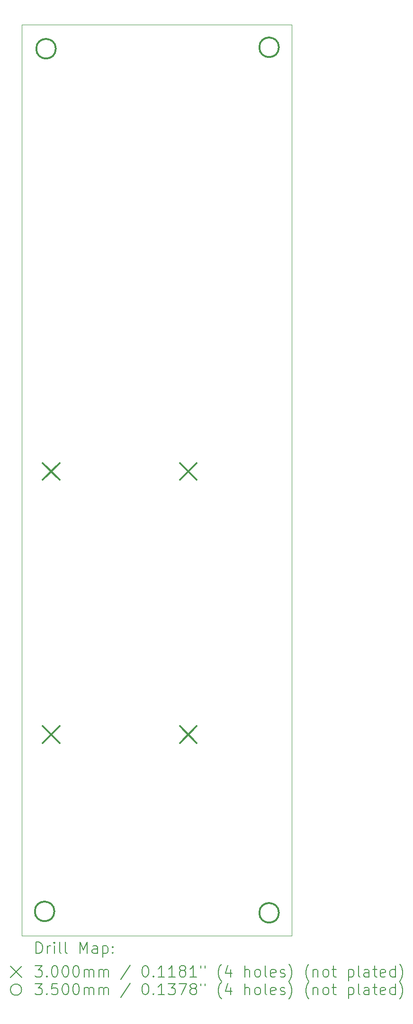
<source format=gbr>
%TF.GenerationSoftware,KiCad,Pcbnew,7.0.9*%
%TF.CreationDate,2024-09-21T10:37:09-07:00*%
%TF.ProjectId,DIY Meshtastic 1W Node,44495920-4d65-4736-9874-617374696320,1.0*%
%TF.SameCoordinates,Original*%
%TF.FileFunction,Drillmap*%
%TF.FilePolarity,Positive*%
%FSLAX45Y45*%
G04 Gerber Fmt 4.5, Leading zero omitted, Abs format (unit mm)*
G04 Created by KiCad (PCBNEW 7.0.9) date 2024-09-21 10:37:09*
%MOMM*%
%LPD*%
G01*
G04 APERTURE LIST*
%ADD10C,0.100000*%
%ADD11C,0.200000*%
%ADD12C,0.300000*%
%ADD13C,0.350000*%
G04 APERTURE END LIST*
D10*
X9906000Y-3048000D02*
X14732000Y-3048000D01*
X14732000Y-19304000D01*
X9906000Y-19304000D01*
X9906000Y-3048000D01*
D11*
D12*
X10280600Y-10873600D02*
X10580600Y-11173600D01*
X10580600Y-10873600D02*
X10280600Y-11173600D01*
X10280600Y-15568600D02*
X10580600Y-15868600D01*
X10580600Y-15568600D02*
X10280600Y-15868600D01*
X12731600Y-10873600D02*
X13031600Y-11173600D01*
X13031600Y-10873600D02*
X12731600Y-11173600D01*
X12731600Y-15568600D02*
X13031600Y-15868600D01*
X13031600Y-15568600D02*
X12731600Y-15868600D01*
D13*
X10487400Y-18872200D02*
G75*
G03*
X10487400Y-18872200I-175000J0D01*
G01*
X10512800Y-3479800D02*
G75*
G03*
X10512800Y-3479800I-175000J0D01*
G01*
X14500600Y-3454400D02*
G75*
G03*
X14500600Y-3454400I-175000J0D01*
G01*
X14500600Y-18897600D02*
G75*
G03*
X14500600Y-18897600I-175000J0D01*
G01*
D11*
X10161777Y-19620484D02*
X10161777Y-19420484D01*
X10161777Y-19420484D02*
X10209396Y-19420484D01*
X10209396Y-19420484D02*
X10237967Y-19430008D01*
X10237967Y-19430008D02*
X10257015Y-19449055D01*
X10257015Y-19449055D02*
X10266539Y-19468103D01*
X10266539Y-19468103D02*
X10276063Y-19506198D01*
X10276063Y-19506198D02*
X10276063Y-19534770D01*
X10276063Y-19534770D02*
X10266539Y-19572865D01*
X10266539Y-19572865D02*
X10257015Y-19591912D01*
X10257015Y-19591912D02*
X10237967Y-19610960D01*
X10237967Y-19610960D02*
X10209396Y-19620484D01*
X10209396Y-19620484D02*
X10161777Y-19620484D01*
X10361777Y-19620484D02*
X10361777Y-19487150D01*
X10361777Y-19525246D02*
X10371301Y-19506198D01*
X10371301Y-19506198D02*
X10380824Y-19496674D01*
X10380824Y-19496674D02*
X10399872Y-19487150D01*
X10399872Y-19487150D02*
X10418920Y-19487150D01*
X10485586Y-19620484D02*
X10485586Y-19487150D01*
X10485586Y-19420484D02*
X10476063Y-19430008D01*
X10476063Y-19430008D02*
X10485586Y-19439531D01*
X10485586Y-19439531D02*
X10495110Y-19430008D01*
X10495110Y-19430008D02*
X10485586Y-19420484D01*
X10485586Y-19420484D02*
X10485586Y-19439531D01*
X10609396Y-19620484D02*
X10590348Y-19610960D01*
X10590348Y-19610960D02*
X10580824Y-19591912D01*
X10580824Y-19591912D02*
X10580824Y-19420484D01*
X10714158Y-19620484D02*
X10695110Y-19610960D01*
X10695110Y-19610960D02*
X10685586Y-19591912D01*
X10685586Y-19591912D02*
X10685586Y-19420484D01*
X10942729Y-19620484D02*
X10942729Y-19420484D01*
X10942729Y-19420484D02*
X11009396Y-19563341D01*
X11009396Y-19563341D02*
X11076063Y-19420484D01*
X11076063Y-19420484D02*
X11076063Y-19620484D01*
X11257015Y-19620484D02*
X11257015Y-19515722D01*
X11257015Y-19515722D02*
X11247491Y-19496674D01*
X11247491Y-19496674D02*
X11228443Y-19487150D01*
X11228443Y-19487150D02*
X11190348Y-19487150D01*
X11190348Y-19487150D02*
X11171301Y-19496674D01*
X11257015Y-19610960D02*
X11237967Y-19620484D01*
X11237967Y-19620484D02*
X11190348Y-19620484D01*
X11190348Y-19620484D02*
X11171301Y-19610960D01*
X11171301Y-19610960D02*
X11161777Y-19591912D01*
X11161777Y-19591912D02*
X11161777Y-19572865D01*
X11161777Y-19572865D02*
X11171301Y-19553817D01*
X11171301Y-19553817D02*
X11190348Y-19544293D01*
X11190348Y-19544293D02*
X11237967Y-19544293D01*
X11237967Y-19544293D02*
X11257015Y-19534770D01*
X11352253Y-19487150D02*
X11352253Y-19687150D01*
X11352253Y-19496674D02*
X11371301Y-19487150D01*
X11371301Y-19487150D02*
X11409396Y-19487150D01*
X11409396Y-19487150D02*
X11428443Y-19496674D01*
X11428443Y-19496674D02*
X11437967Y-19506198D01*
X11437967Y-19506198D02*
X11447491Y-19525246D01*
X11447491Y-19525246D02*
X11447491Y-19582389D01*
X11447491Y-19582389D02*
X11437967Y-19601436D01*
X11437967Y-19601436D02*
X11428443Y-19610960D01*
X11428443Y-19610960D02*
X11409396Y-19620484D01*
X11409396Y-19620484D02*
X11371301Y-19620484D01*
X11371301Y-19620484D02*
X11352253Y-19610960D01*
X11533205Y-19601436D02*
X11542729Y-19610960D01*
X11542729Y-19610960D02*
X11533205Y-19620484D01*
X11533205Y-19620484D02*
X11523682Y-19610960D01*
X11523682Y-19610960D02*
X11533205Y-19601436D01*
X11533205Y-19601436D02*
X11533205Y-19620484D01*
X11533205Y-19496674D02*
X11542729Y-19506198D01*
X11542729Y-19506198D02*
X11533205Y-19515722D01*
X11533205Y-19515722D02*
X11523682Y-19506198D01*
X11523682Y-19506198D02*
X11533205Y-19496674D01*
X11533205Y-19496674D02*
X11533205Y-19515722D01*
X9701000Y-19849000D02*
X9901000Y-20049000D01*
X9901000Y-19849000D02*
X9701000Y-20049000D01*
X10142729Y-19840484D02*
X10266539Y-19840484D01*
X10266539Y-19840484D02*
X10199872Y-19916674D01*
X10199872Y-19916674D02*
X10228444Y-19916674D01*
X10228444Y-19916674D02*
X10247491Y-19926198D01*
X10247491Y-19926198D02*
X10257015Y-19935722D01*
X10257015Y-19935722D02*
X10266539Y-19954770D01*
X10266539Y-19954770D02*
X10266539Y-20002389D01*
X10266539Y-20002389D02*
X10257015Y-20021436D01*
X10257015Y-20021436D02*
X10247491Y-20030960D01*
X10247491Y-20030960D02*
X10228444Y-20040484D01*
X10228444Y-20040484D02*
X10171301Y-20040484D01*
X10171301Y-20040484D02*
X10152253Y-20030960D01*
X10152253Y-20030960D02*
X10142729Y-20021436D01*
X10352253Y-20021436D02*
X10361777Y-20030960D01*
X10361777Y-20030960D02*
X10352253Y-20040484D01*
X10352253Y-20040484D02*
X10342729Y-20030960D01*
X10342729Y-20030960D02*
X10352253Y-20021436D01*
X10352253Y-20021436D02*
X10352253Y-20040484D01*
X10485586Y-19840484D02*
X10504634Y-19840484D01*
X10504634Y-19840484D02*
X10523682Y-19850008D01*
X10523682Y-19850008D02*
X10533205Y-19859531D01*
X10533205Y-19859531D02*
X10542729Y-19878579D01*
X10542729Y-19878579D02*
X10552253Y-19916674D01*
X10552253Y-19916674D02*
X10552253Y-19964293D01*
X10552253Y-19964293D02*
X10542729Y-20002389D01*
X10542729Y-20002389D02*
X10533205Y-20021436D01*
X10533205Y-20021436D02*
X10523682Y-20030960D01*
X10523682Y-20030960D02*
X10504634Y-20040484D01*
X10504634Y-20040484D02*
X10485586Y-20040484D01*
X10485586Y-20040484D02*
X10466539Y-20030960D01*
X10466539Y-20030960D02*
X10457015Y-20021436D01*
X10457015Y-20021436D02*
X10447491Y-20002389D01*
X10447491Y-20002389D02*
X10437967Y-19964293D01*
X10437967Y-19964293D02*
X10437967Y-19916674D01*
X10437967Y-19916674D02*
X10447491Y-19878579D01*
X10447491Y-19878579D02*
X10457015Y-19859531D01*
X10457015Y-19859531D02*
X10466539Y-19850008D01*
X10466539Y-19850008D02*
X10485586Y-19840484D01*
X10676063Y-19840484D02*
X10695110Y-19840484D01*
X10695110Y-19840484D02*
X10714158Y-19850008D01*
X10714158Y-19850008D02*
X10723682Y-19859531D01*
X10723682Y-19859531D02*
X10733205Y-19878579D01*
X10733205Y-19878579D02*
X10742729Y-19916674D01*
X10742729Y-19916674D02*
X10742729Y-19964293D01*
X10742729Y-19964293D02*
X10733205Y-20002389D01*
X10733205Y-20002389D02*
X10723682Y-20021436D01*
X10723682Y-20021436D02*
X10714158Y-20030960D01*
X10714158Y-20030960D02*
X10695110Y-20040484D01*
X10695110Y-20040484D02*
X10676063Y-20040484D01*
X10676063Y-20040484D02*
X10657015Y-20030960D01*
X10657015Y-20030960D02*
X10647491Y-20021436D01*
X10647491Y-20021436D02*
X10637967Y-20002389D01*
X10637967Y-20002389D02*
X10628444Y-19964293D01*
X10628444Y-19964293D02*
X10628444Y-19916674D01*
X10628444Y-19916674D02*
X10637967Y-19878579D01*
X10637967Y-19878579D02*
X10647491Y-19859531D01*
X10647491Y-19859531D02*
X10657015Y-19850008D01*
X10657015Y-19850008D02*
X10676063Y-19840484D01*
X10866539Y-19840484D02*
X10885586Y-19840484D01*
X10885586Y-19840484D02*
X10904634Y-19850008D01*
X10904634Y-19850008D02*
X10914158Y-19859531D01*
X10914158Y-19859531D02*
X10923682Y-19878579D01*
X10923682Y-19878579D02*
X10933205Y-19916674D01*
X10933205Y-19916674D02*
X10933205Y-19964293D01*
X10933205Y-19964293D02*
X10923682Y-20002389D01*
X10923682Y-20002389D02*
X10914158Y-20021436D01*
X10914158Y-20021436D02*
X10904634Y-20030960D01*
X10904634Y-20030960D02*
X10885586Y-20040484D01*
X10885586Y-20040484D02*
X10866539Y-20040484D01*
X10866539Y-20040484D02*
X10847491Y-20030960D01*
X10847491Y-20030960D02*
X10837967Y-20021436D01*
X10837967Y-20021436D02*
X10828444Y-20002389D01*
X10828444Y-20002389D02*
X10818920Y-19964293D01*
X10818920Y-19964293D02*
X10818920Y-19916674D01*
X10818920Y-19916674D02*
X10828444Y-19878579D01*
X10828444Y-19878579D02*
X10837967Y-19859531D01*
X10837967Y-19859531D02*
X10847491Y-19850008D01*
X10847491Y-19850008D02*
X10866539Y-19840484D01*
X11018920Y-20040484D02*
X11018920Y-19907150D01*
X11018920Y-19926198D02*
X11028444Y-19916674D01*
X11028444Y-19916674D02*
X11047491Y-19907150D01*
X11047491Y-19907150D02*
X11076063Y-19907150D01*
X11076063Y-19907150D02*
X11095110Y-19916674D01*
X11095110Y-19916674D02*
X11104634Y-19935722D01*
X11104634Y-19935722D02*
X11104634Y-20040484D01*
X11104634Y-19935722D02*
X11114158Y-19916674D01*
X11114158Y-19916674D02*
X11133205Y-19907150D01*
X11133205Y-19907150D02*
X11161777Y-19907150D01*
X11161777Y-19907150D02*
X11180825Y-19916674D01*
X11180825Y-19916674D02*
X11190348Y-19935722D01*
X11190348Y-19935722D02*
X11190348Y-20040484D01*
X11285586Y-20040484D02*
X11285586Y-19907150D01*
X11285586Y-19926198D02*
X11295110Y-19916674D01*
X11295110Y-19916674D02*
X11314158Y-19907150D01*
X11314158Y-19907150D02*
X11342729Y-19907150D01*
X11342729Y-19907150D02*
X11361777Y-19916674D01*
X11361777Y-19916674D02*
X11371301Y-19935722D01*
X11371301Y-19935722D02*
X11371301Y-20040484D01*
X11371301Y-19935722D02*
X11380824Y-19916674D01*
X11380824Y-19916674D02*
X11399872Y-19907150D01*
X11399872Y-19907150D02*
X11428443Y-19907150D01*
X11428443Y-19907150D02*
X11447491Y-19916674D01*
X11447491Y-19916674D02*
X11457015Y-19935722D01*
X11457015Y-19935722D02*
X11457015Y-20040484D01*
X11847491Y-19830960D02*
X11676063Y-20088103D01*
X12104634Y-19840484D02*
X12123682Y-19840484D01*
X12123682Y-19840484D02*
X12142729Y-19850008D01*
X12142729Y-19850008D02*
X12152253Y-19859531D01*
X12152253Y-19859531D02*
X12161777Y-19878579D01*
X12161777Y-19878579D02*
X12171301Y-19916674D01*
X12171301Y-19916674D02*
X12171301Y-19964293D01*
X12171301Y-19964293D02*
X12161777Y-20002389D01*
X12161777Y-20002389D02*
X12152253Y-20021436D01*
X12152253Y-20021436D02*
X12142729Y-20030960D01*
X12142729Y-20030960D02*
X12123682Y-20040484D01*
X12123682Y-20040484D02*
X12104634Y-20040484D01*
X12104634Y-20040484D02*
X12085586Y-20030960D01*
X12085586Y-20030960D02*
X12076063Y-20021436D01*
X12076063Y-20021436D02*
X12066539Y-20002389D01*
X12066539Y-20002389D02*
X12057015Y-19964293D01*
X12057015Y-19964293D02*
X12057015Y-19916674D01*
X12057015Y-19916674D02*
X12066539Y-19878579D01*
X12066539Y-19878579D02*
X12076063Y-19859531D01*
X12076063Y-19859531D02*
X12085586Y-19850008D01*
X12085586Y-19850008D02*
X12104634Y-19840484D01*
X12257015Y-20021436D02*
X12266539Y-20030960D01*
X12266539Y-20030960D02*
X12257015Y-20040484D01*
X12257015Y-20040484D02*
X12247491Y-20030960D01*
X12247491Y-20030960D02*
X12257015Y-20021436D01*
X12257015Y-20021436D02*
X12257015Y-20040484D01*
X12457015Y-20040484D02*
X12342729Y-20040484D01*
X12399872Y-20040484D02*
X12399872Y-19840484D01*
X12399872Y-19840484D02*
X12380825Y-19869055D01*
X12380825Y-19869055D02*
X12361777Y-19888103D01*
X12361777Y-19888103D02*
X12342729Y-19897627D01*
X12647491Y-20040484D02*
X12533206Y-20040484D01*
X12590348Y-20040484D02*
X12590348Y-19840484D01*
X12590348Y-19840484D02*
X12571301Y-19869055D01*
X12571301Y-19869055D02*
X12552253Y-19888103D01*
X12552253Y-19888103D02*
X12533206Y-19897627D01*
X12761777Y-19926198D02*
X12742729Y-19916674D01*
X12742729Y-19916674D02*
X12733206Y-19907150D01*
X12733206Y-19907150D02*
X12723682Y-19888103D01*
X12723682Y-19888103D02*
X12723682Y-19878579D01*
X12723682Y-19878579D02*
X12733206Y-19859531D01*
X12733206Y-19859531D02*
X12742729Y-19850008D01*
X12742729Y-19850008D02*
X12761777Y-19840484D01*
X12761777Y-19840484D02*
X12799872Y-19840484D01*
X12799872Y-19840484D02*
X12818920Y-19850008D01*
X12818920Y-19850008D02*
X12828444Y-19859531D01*
X12828444Y-19859531D02*
X12837967Y-19878579D01*
X12837967Y-19878579D02*
X12837967Y-19888103D01*
X12837967Y-19888103D02*
X12828444Y-19907150D01*
X12828444Y-19907150D02*
X12818920Y-19916674D01*
X12818920Y-19916674D02*
X12799872Y-19926198D01*
X12799872Y-19926198D02*
X12761777Y-19926198D01*
X12761777Y-19926198D02*
X12742729Y-19935722D01*
X12742729Y-19935722D02*
X12733206Y-19945246D01*
X12733206Y-19945246D02*
X12723682Y-19964293D01*
X12723682Y-19964293D02*
X12723682Y-20002389D01*
X12723682Y-20002389D02*
X12733206Y-20021436D01*
X12733206Y-20021436D02*
X12742729Y-20030960D01*
X12742729Y-20030960D02*
X12761777Y-20040484D01*
X12761777Y-20040484D02*
X12799872Y-20040484D01*
X12799872Y-20040484D02*
X12818920Y-20030960D01*
X12818920Y-20030960D02*
X12828444Y-20021436D01*
X12828444Y-20021436D02*
X12837967Y-20002389D01*
X12837967Y-20002389D02*
X12837967Y-19964293D01*
X12837967Y-19964293D02*
X12828444Y-19945246D01*
X12828444Y-19945246D02*
X12818920Y-19935722D01*
X12818920Y-19935722D02*
X12799872Y-19926198D01*
X13028444Y-20040484D02*
X12914158Y-20040484D01*
X12971301Y-20040484D02*
X12971301Y-19840484D01*
X12971301Y-19840484D02*
X12952253Y-19869055D01*
X12952253Y-19869055D02*
X12933206Y-19888103D01*
X12933206Y-19888103D02*
X12914158Y-19897627D01*
X13104634Y-19840484D02*
X13104634Y-19878579D01*
X13180825Y-19840484D02*
X13180825Y-19878579D01*
X13476063Y-20116674D02*
X13466539Y-20107150D01*
X13466539Y-20107150D02*
X13447491Y-20078579D01*
X13447491Y-20078579D02*
X13437968Y-20059531D01*
X13437968Y-20059531D02*
X13428444Y-20030960D01*
X13428444Y-20030960D02*
X13418920Y-19983341D01*
X13418920Y-19983341D02*
X13418920Y-19945246D01*
X13418920Y-19945246D02*
X13428444Y-19897627D01*
X13428444Y-19897627D02*
X13437968Y-19869055D01*
X13437968Y-19869055D02*
X13447491Y-19850008D01*
X13447491Y-19850008D02*
X13466539Y-19821436D01*
X13466539Y-19821436D02*
X13476063Y-19811912D01*
X13637968Y-19907150D02*
X13637968Y-20040484D01*
X13590348Y-19830960D02*
X13542729Y-19973817D01*
X13542729Y-19973817D02*
X13666539Y-19973817D01*
X13895110Y-20040484D02*
X13895110Y-19840484D01*
X13980825Y-20040484D02*
X13980825Y-19935722D01*
X13980825Y-19935722D02*
X13971301Y-19916674D01*
X13971301Y-19916674D02*
X13952253Y-19907150D01*
X13952253Y-19907150D02*
X13923682Y-19907150D01*
X13923682Y-19907150D02*
X13904634Y-19916674D01*
X13904634Y-19916674D02*
X13895110Y-19926198D01*
X14104634Y-20040484D02*
X14085587Y-20030960D01*
X14085587Y-20030960D02*
X14076063Y-20021436D01*
X14076063Y-20021436D02*
X14066539Y-20002389D01*
X14066539Y-20002389D02*
X14066539Y-19945246D01*
X14066539Y-19945246D02*
X14076063Y-19926198D01*
X14076063Y-19926198D02*
X14085587Y-19916674D01*
X14085587Y-19916674D02*
X14104634Y-19907150D01*
X14104634Y-19907150D02*
X14133206Y-19907150D01*
X14133206Y-19907150D02*
X14152253Y-19916674D01*
X14152253Y-19916674D02*
X14161777Y-19926198D01*
X14161777Y-19926198D02*
X14171301Y-19945246D01*
X14171301Y-19945246D02*
X14171301Y-20002389D01*
X14171301Y-20002389D02*
X14161777Y-20021436D01*
X14161777Y-20021436D02*
X14152253Y-20030960D01*
X14152253Y-20030960D02*
X14133206Y-20040484D01*
X14133206Y-20040484D02*
X14104634Y-20040484D01*
X14285587Y-20040484D02*
X14266539Y-20030960D01*
X14266539Y-20030960D02*
X14257015Y-20011912D01*
X14257015Y-20011912D02*
X14257015Y-19840484D01*
X14437968Y-20030960D02*
X14418920Y-20040484D01*
X14418920Y-20040484D02*
X14380825Y-20040484D01*
X14380825Y-20040484D02*
X14361777Y-20030960D01*
X14361777Y-20030960D02*
X14352253Y-20011912D01*
X14352253Y-20011912D02*
X14352253Y-19935722D01*
X14352253Y-19935722D02*
X14361777Y-19916674D01*
X14361777Y-19916674D02*
X14380825Y-19907150D01*
X14380825Y-19907150D02*
X14418920Y-19907150D01*
X14418920Y-19907150D02*
X14437968Y-19916674D01*
X14437968Y-19916674D02*
X14447491Y-19935722D01*
X14447491Y-19935722D02*
X14447491Y-19954770D01*
X14447491Y-19954770D02*
X14352253Y-19973817D01*
X14523682Y-20030960D02*
X14542730Y-20040484D01*
X14542730Y-20040484D02*
X14580825Y-20040484D01*
X14580825Y-20040484D02*
X14599872Y-20030960D01*
X14599872Y-20030960D02*
X14609396Y-20011912D01*
X14609396Y-20011912D02*
X14609396Y-20002389D01*
X14609396Y-20002389D02*
X14599872Y-19983341D01*
X14599872Y-19983341D02*
X14580825Y-19973817D01*
X14580825Y-19973817D02*
X14552253Y-19973817D01*
X14552253Y-19973817D02*
X14533206Y-19964293D01*
X14533206Y-19964293D02*
X14523682Y-19945246D01*
X14523682Y-19945246D02*
X14523682Y-19935722D01*
X14523682Y-19935722D02*
X14533206Y-19916674D01*
X14533206Y-19916674D02*
X14552253Y-19907150D01*
X14552253Y-19907150D02*
X14580825Y-19907150D01*
X14580825Y-19907150D02*
X14599872Y-19916674D01*
X14676063Y-20116674D02*
X14685587Y-20107150D01*
X14685587Y-20107150D02*
X14704634Y-20078579D01*
X14704634Y-20078579D02*
X14714158Y-20059531D01*
X14714158Y-20059531D02*
X14723682Y-20030960D01*
X14723682Y-20030960D02*
X14733206Y-19983341D01*
X14733206Y-19983341D02*
X14733206Y-19945246D01*
X14733206Y-19945246D02*
X14723682Y-19897627D01*
X14723682Y-19897627D02*
X14714158Y-19869055D01*
X14714158Y-19869055D02*
X14704634Y-19850008D01*
X14704634Y-19850008D02*
X14685587Y-19821436D01*
X14685587Y-19821436D02*
X14676063Y-19811912D01*
X15037968Y-20116674D02*
X15028444Y-20107150D01*
X15028444Y-20107150D02*
X15009396Y-20078579D01*
X15009396Y-20078579D02*
X14999872Y-20059531D01*
X14999872Y-20059531D02*
X14990349Y-20030960D01*
X14990349Y-20030960D02*
X14980825Y-19983341D01*
X14980825Y-19983341D02*
X14980825Y-19945246D01*
X14980825Y-19945246D02*
X14990349Y-19897627D01*
X14990349Y-19897627D02*
X14999872Y-19869055D01*
X14999872Y-19869055D02*
X15009396Y-19850008D01*
X15009396Y-19850008D02*
X15028444Y-19821436D01*
X15028444Y-19821436D02*
X15037968Y-19811912D01*
X15114158Y-19907150D02*
X15114158Y-20040484D01*
X15114158Y-19926198D02*
X15123682Y-19916674D01*
X15123682Y-19916674D02*
X15142730Y-19907150D01*
X15142730Y-19907150D02*
X15171301Y-19907150D01*
X15171301Y-19907150D02*
X15190349Y-19916674D01*
X15190349Y-19916674D02*
X15199872Y-19935722D01*
X15199872Y-19935722D02*
X15199872Y-20040484D01*
X15323682Y-20040484D02*
X15304634Y-20030960D01*
X15304634Y-20030960D02*
X15295111Y-20021436D01*
X15295111Y-20021436D02*
X15285587Y-20002389D01*
X15285587Y-20002389D02*
X15285587Y-19945246D01*
X15285587Y-19945246D02*
X15295111Y-19926198D01*
X15295111Y-19926198D02*
X15304634Y-19916674D01*
X15304634Y-19916674D02*
X15323682Y-19907150D01*
X15323682Y-19907150D02*
X15352253Y-19907150D01*
X15352253Y-19907150D02*
X15371301Y-19916674D01*
X15371301Y-19916674D02*
X15380825Y-19926198D01*
X15380825Y-19926198D02*
X15390349Y-19945246D01*
X15390349Y-19945246D02*
X15390349Y-20002389D01*
X15390349Y-20002389D02*
X15380825Y-20021436D01*
X15380825Y-20021436D02*
X15371301Y-20030960D01*
X15371301Y-20030960D02*
X15352253Y-20040484D01*
X15352253Y-20040484D02*
X15323682Y-20040484D01*
X15447492Y-19907150D02*
X15523682Y-19907150D01*
X15476063Y-19840484D02*
X15476063Y-20011912D01*
X15476063Y-20011912D02*
X15485587Y-20030960D01*
X15485587Y-20030960D02*
X15504634Y-20040484D01*
X15504634Y-20040484D02*
X15523682Y-20040484D01*
X15742730Y-19907150D02*
X15742730Y-20107150D01*
X15742730Y-19916674D02*
X15761777Y-19907150D01*
X15761777Y-19907150D02*
X15799873Y-19907150D01*
X15799873Y-19907150D02*
X15818920Y-19916674D01*
X15818920Y-19916674D02*
X15828444Y-19926198D01*
X15828444Y-19926198D02*
X15837968Y-19945246D01*
X15837968Y-19945246D02*
X15837968Y-20002389D01*
X15837968Y-20002389D02*
X15828444Y-20021436D01*
X15828444Y-20021436D02*
X15818920Y-20030960D01*
X15818920Y-20030960D02*
X15799873Y-20040484D01*
X15799873Y-20040484D02*
X15761777Y-20040484D01*
X15761777Y-20040484D02*
X15742730Y-20030960D01*
X15952253Y-20040484D02*
X15933206Y-20030960D01*
X15933206Y-20030960D02*
X15923682Y-20011912D01*
X15923682Y-20011912D02*
X15923682Y-19840484D01*
X16114158Y-20040484D02*
X16114158Y-19935722D01*
X16114158Y-19935722D02*
X16104634Y-19916674D01*
X16104634Y-19916674D02*
X16085587Y-19907150D01*
X16085587Y-19907150D02*
X16047492Y-19907150D01*
X16047492Y-19907150D02*
X16028444Y-19916674D01*
X16114158Y-20030960D02*
X16095111Y-20040484D01*
X16095111Y-20040484D02*
X16047492Y-20040484D01*
X16047492Y-20040484D02*
X16028444Y-20030960D01*
X16028444Y-20030960D02*
X16018920Y-20011912D01*
X16018920Y-20011912D02*
X16018920Y-19992865D01*
X16018920Y-19992865D02*
X16028444Y-19973817D01*
X16028444Y-19973817D02*
X16047492Y-19964293D01*
X16047492Y-19964293D02*
X16095111Y-19964293D01*
X16095111Y-19964293D02*
X16114158Y-19954770D01*
X16180825Y-19907150D02*
X16257015Y-19907150D01*
X16209396Y-19840484D02*
X16209396Y-20011912D01*
X16209396Y-20011912D02*
X16218920Y-20030960D01*
X16218920Y-20030960D02*
X16237968Y-20040484D01*
X16237968Y-20040484D02*
X16257015Y-20040484D01*
X16399873Y-20030960D02*
X16380825Y-20040484D01*
X16380825Y-20040484D02*
X16342730Y-20040484D01*
X16342730Y-20040484D02*
X16323682Y-20030960D01*
X16323682Y-20030960D02*
X16314158Y-20011912D01*
X16314158Y-20011912D02*
X16314158Y-19935722D01*
X16314158Y-19935722D02*
X16323682Y-19916674D01*
X16323682Y-19916674D02*
X16342730Y-19907150D01*
X16342730Y-19907150D02*
X16380825Y-19907150D01*
X16380825Y-19907150D02*
X16399873Y-19916674D01*
X16399873Y-19916674D02*
X16409396Y-19935722D01*
X16409396Y-19935722D02*
X16409396Y-19954770D01*
X16409396Y-19954770D02*
X16314158Y-19973817D01*
X16580825Y-20040484D02*
X16580825Y-19840484D01*
X16580825Y-20030960D02*
X16561777Y-20040484D01*
X16561777Y-20040484D02*
X16523682Y-20040484D01*
X16523682Y-20040484D02*
X16504634Y-20030960D01*
X16504634Y-20030960D02*
X16495111Y-20021436D01*
X16495111Y-20021436D02*
X16485587Y-20002389D01*
X16485587Y-20002389D02*
X16485587Y-19945246D01*
X16485587Y-19945246D02*
X16495111Y-19926198D01*
X16495111Y-19926198D02*
X16504634Y-19916674D01*
X16504634Y-19916674D02*
X16523682Y-19907150D01*
X16523682Y-19907150D02*
X16561777Y-19907150D01*
X16561777Y-19907150D02*
X16580825Y-19916674D01*
X16657015Y-20116674D02*
X16666539Y-20107150D01*
X16666539Y-20107150D02*
X16685587Y-20078579D01*
X16685587Y-20078579D02*
X16695111Y-20059531D01*
X16695111Y-20059531D02*
X16704634Y-20030960D01*
X16704634Y-20030960D02*
X16714158Y-19983341D01*
X16714158Y-19983341D02*
X16714158Y-19945246D01*
X16714158Y-19945246D02*
X16704634Y-19897627D01*
X16704634Y-19897627D02*
X16695111Y-19869055D01*
X16695111Y-19869055D02*
X16685587Y-19850008D01*
X16685587Y-19850008D02*
X16666539Y-19821436D01*
X16666539Y-19821436D02*
X16657015Y-19811912D01*
X9901000Y-20269000D02*
G75*
G03*
X9901000Y-20269000I-100000J0D01*
G01*
X10142729Y-20160484D02*
X10266539Y-20160484D01*
X10266539Y-20160484D02*
X10199872Y-20236674D01*
X10199872Y-20236674D02*
X10228444Y-20236674D01*
X10228444Y-20236674D02*
X10247491Y-20246198D01*
X10247491Y-20246198D02*
X10257015Y-20255722D01*
X10257015Y-20255722D02*
X10266539Y-20274770D01*
X10266539Y-20274770D02*
X10266539Y-20322389D01*
X10266539Y-20322389D02*
X10257015Y-20341436D01*
X10257015Y-20341436D02*
X10247491Y-20350960D01*
X10247491Y-20350960D02*
X10228444Y-20360484D01*
X10228444Y-20360484D02*
X10171301Y-20360484D01*
X10171301Y-20360484D02*
X10152253Y-20350960D01*
X10152253Y-20350960D02*
X10142729Y-20341436D01*
X10352253Y-20341436D02*
X10361777Y-20350960D01*
X10361777Y-20350960D02*
X10352253Y-20360484D01*
X10352253Y-20360484D02*
X10342729Y-20350960D01*
X10342729Y-20350960D02*
X10352253Y-20341436D01*
X10352253Y-20341436D02*
X10352253Y-20360484D01*
X10542729Y-20160484D02*
X10447491Y-20160484D01*
X10447491Y-20160484D02*
X10437967Y-20255722D01*
X10437967Y-20255722D02*
X10447491Y-20246198D01*
X10447491Y-20246198D02*
X10466539Y-20236674D01*
X10466539Y-20236674D02*
X10514158Y-20236674D01*
X10514158Y-20236674D02*
X10533205Y-20246198D01*
X10533205Y-20246198D02*
X10542729Y-20255722D01*
X10542729Y-20255722D02*
X10552253Y-20274770D01*
X10552253Y-20274770D02*
X10552253Y-20322389D01*
X10552253Y-20322389D02*
X10542729Y-20341436D01*
X10542729Y-20341436D02*
X10533205Y-20350960D01*
X10533205Y-20350960D02*
X10514158Y-20360484D01*
X10514158Y-20360484D02*
X10466539Y-20360484D01*
X10466539Y-20360484D02*
X10447491Y-20350960D01*
X10447491Y-20350960D02*
X10437967Y-20341436D01*
X10676063Y-20160484D02*
X10695110Y-20160484D01*
X10695110Y-20160484D02*
X10714158Y-20170008D01*
X10714158Y-20170008D02*
X10723682Y-20179531D01*
X10723682Y-20179531D02*
X10733205Y-20198579D01*
X10733205Y-20198579D02*
X10742729Y-20236674D01*
X10742729Y-20236674D02*
X10742729Y-20284293D01*
X10742729Y-20284293D02*
X10733205Y-20322389D01*
X10733205Y-20322389D02*
X10723682Y-20341436D01*
X10723682Y-20341436D02*
X10714158Y-20350960D01*
X10714158Y-20350960D02*
X10695110Y-20360484D01*
X10695110Y-20360484D02*
X10676063Y-20360484D01*
X10676063Y-20360484D02*
X10657015Y-20350960D01*
X10657015Y-20350960D02*
X10647491Y-20341436D01*
X10647491Y-20341436D02*
X10637967Y-20322389D01*
X10637967Y-20322389D02*
X10628444Y-20284293D01*
X10628444Y-20284293D02*
X10628444Y-20236674D01*
X10628444Y-20236674D02*
X10637967Y-20198579D01*
X10637967Y-20198579D02*
X10647491Y-20179531D01*
X10647491Y-20179531D02*
X10657015Y-20170008D01*
X10657015Y-20170008D02*
X10676063Y-20160484D01*
X10866539Y-20160484D02*
X10885586Y-20160484D01*
X10885586Y-20160484D02*
X10904634Y-20170008D01*
X10904634Y-20170008D02*
X10914158Y-20179531D01*
X10914158Y-20179531D02*
X10923682Y-20198579D01*
X10923682Y-20198579D02*
X10933205Y-20236674D01*
X10933205Y-20236674D02*
X10933205Y-20284293D01*
X10933205Y-20284293D02*
X10923682Y-20322389D01*
X10923682Y-20322389D02*
X10914158Y-20341436D01*
X10914158Y-20341436D02*
X10904634Y-20350960D01*
X10904634Y-20350960D02*
X10885586Y-20360484D01*
X10885586Y-20360484D02*
X10866539Y-20360484D01*
X10866539Y-20360484D02*
X10847491Y-20350960D01*
X10847491Y-20350960D02*
X10837967Y-20341436D01*
X10837967Y-20341436D02*
X10828444Y-20322389D01*
X10828444Y-20322389D02*
X10818920Y-20284293D01*
X10818920Y-20284293D02*
X10818920Y-20236674D01*
X10818920Y-20236674D02*
X10828444Y-20198579D01*
X10828444Y-20198579D02*
X10837967Y-20179531D01*
X10837967Y-20179531D02*
X10847491Y-20170008D01*
X10847491Y-20170008D02*
X10866539Y-20160484D01*
X11018920Y-20360484D02*
X11018920Y-20227150D01*
X11018920Y-20246198D02*
X11028444Y-20236674D01*
X11028444Y-20236674D02*
X11047491Y-20227150D01*
X11047491Y-20227150D02*
X11076063Y-20227150D01*
X11076063Y-20227150D02*
X11095110Y-20236674D01*
X11095110Y-20236674D02*
X11104634Y-20255722D01*
X11104634Y-20255722D02*
X11104634Y-20360484D01*
X11104634Y-20255722D02*
X11114158Y-20236674D01*
X11114158Y-20236674D02*
X11133205Y-20227150D01*
X11133205Y-20227150D02*
X11161777Y-20227150D01*
X11161777Y-20227150D02*
X11180825Y-20236674D01*
X11180825Y-20236674D02*
X11190348Y-20255722D01*
X11190348Y-20255722D02*
X11190348Y-20360484D01*
X11285586Y-20360484D02*
X11285586Y-20227150D01*
X11285586Y-20246198D02*
X11295110Y-20236674D01*
X11295110Y-20236674D02*
X11314158Y-20227150D01*
X11314158Y-20227150D02*
X11342729Y-20227150D01*
X11342729Y-20227150D02*
X11361777Y-20236674D01*
X11361777Y-20236674D02*
X11371301Y-20255722D01*
X11371301Y-20255722D02*
X11371301Y-20360484D01*
X11371301Y-20255722D02*
X11380824Y-20236674D01*
X11380824Y-20236674D02*
X11399872Y-20227150D01*
X11399872Y-20227150D02*
X11428443Y-20227150D01*
X11428443Y-20227150D02*
X11447491Y-20236674D01*
X11447491Y-20236674D02*
X11457015Y-20255722D01*
X11457015Y-20255722D02*
X11457015Y-20360484D01*
X11847491Y-20150960D02*
X11676063Y-20408103D01*
X12104634Y-20160484D02*
X12123682Y-20160484D01*
X12123682Y-20160484D02*
X12142729Y-20170008D01*
X12142729Y-20170008D02*
X12152253Y-20179531D01*
X12152253Y-20179531D02*
X12161777Y-20198579D01*
X12161777Y-20198579D02*
X12171301Y-20236674D01*
X12171301Y-20236674D02*
X12171301Y-20284293D01*
X12171301Y-20284293D02*
X12161777Y-20322389D01*
X12161777Y-20322389D02*
X12152253Y-20341436D01*
X12152253Y-20341436D02*
X12142729Y-20350960D01*
X12142729Y-20350960D02*
X12123682Y-20360484D01*
X12123682Y-20360484D02*
X12104634Y-20360484D01*
X12104634Y-20360484D02*
X12085586Y-20350960D01*
X12085586Y-20350960D02*
X12076063Y-20341436D01*
X12076063Y-20341436D02*
X12066539Y-20322389D01*
X12066539Y-20322389D02*
X12057015Y-20284293D01*
X12057015Y-20284293D02*
X12057015Y-20236674D01*
X12057015Y-20236674D02*
X12066539Y-20198579D01*
X12066539Y-20198579D02*
X12076063Y-20179531D01*
X12076063Y-20179531D02*
X12085586Y-20170008D01*
X12085586Y-20170008D02*
X12104634Y-20160484D01*
X12257015Y-20341436D02*
X12266539Y-20350960D01*
X12266539Y-20350960D02*
X12257015Y-20360484D01*
X12257015Y-20360484D02*
X12247491Y-20350960D01*
X12247491Y-20350960D02*
X12257015Y-20341436D01*
X12257015Y-20341436D02*
X12257015Y-20360484D01*
X12457015Y-20360484D02*
X12342729Y-20360484D01*
X12399872Y-20360484D02*
X12399872Y-20160484D01*
X12399872Y-20160484D02*
X12380825Y-20189055D01*
X12380825Y-20189055D02*
X12361777Y-20208103D01*
X12361777Y-20208103D02*
X12342729Y-20217627D01*
X12523682Y-20160484D02*
X12647491Y-20160484D01*
X12647491Y-20160484D02*
X12580825Y-20236674D01*
X12580825Y-20236674D02*
X12609396Y-20236674D01*
X12609396Y-20236674D02*
X12628444Y-20246198D01*
X12628444Y-20246198D02*
X12637967Y-20255722D01*
X12637967Y-20255722D02*
X12647491Y-20274770D01*
X12647491Y-20274770D02*
X12647491Y-20322389D01*
X12647491Y-20322389D02*
X12637967Y-20341436D01*
X12637967Y-20341436D02*
X12628444Y-20350960D01*
X12628444Y-20350960D02*
X12609396Y-20360484D01*
X12609396Y-20360484D02*
X12552253Y-20360484D01*
X12552253Y-20360484D02*
X12533206Y-20350960D01*
X12533206Y-20350960D02*
X12523682Y-20341436D01*
X12714158Y-20160484D02*
X12847491Y-20160484D01*
X12847491Y-20160484D02*
X12761777Y-20360484D01*
X12952253Y-20246198D02*
X12933206Y-20236674D01*
X12933206Y-20236674D02*
X12923682Y-20227150D01*
X12923682Y-20227150D02*
X12914158Y-20208103D01*
X12914158Y-20208103D02*
X12914158Y-20198579D01*
X12914158Y-20198579D02*
X12923682Y-20179531D01*
X12923682Y-20179531D02*
X12933206Y-20170008D01*
X12933206Y-20170008D02*
X12952253Y-20160484D01*
X12952253Y-20160484D02*
X12990348Y-20160484D01*
X12990348Y-20160484D02*
X13009396Y-20170008D01*
X13009396Y-20170008D02*
X13018920Y-20179531D01*
X13018920Y-20179531D02*
X13028444Y-20198579D01*
X13028444Y-20198579D02*
X13028444Y-20208103D01*
X13028444Y-20208103D02*
X13018920Y-20227150D01*
X13018920Y-20227150D02*
X13009396Y-20236674D01*
X13009396Y-20236674D02*
X12990348Y-20246198D01*
X12990348Y-20246198D02*
X12952253Y-20246198D01*
X12952253Y-20246198D02*
X12933206Y-20255722D01*
X12933206Y-20255722D02*
X12923682Y-20265246D01*
X12923682Y-20265246D02*
X12914158Y-20284293D01*
X12914158Y-20284293D02*
X12914158Y-20322389D01*
X12914158Y-20322389D02*
X12923682Y-20341436D01*
X12923682Y-20341436D02*
X12933206Y-20350960D01*
X12933206Y-20350960D02*
X12952253Y-20360484D01*
X12952253Y-20360484D02*
X12990348Y-20360484D01*
X12990348Y-20360484D02*
X13009396Y-20350960D01*
X13009396Y-20350960D02*
X13018920Y-20341436D01*
X13018920Y-20341436D02*
X13028444Y-20322389D01*
X13028444Y-20322389D02*
X13028444Y-20284293D01*
X13028444Y-20284293D02*
X13018920Y-20265246D01*
X13018920Y-20265246D02*
X13009396Y-20255722D01*
X13009396Y-20255722D02*
X12990348Y-20246198D01*
X13104634Y-20160484D02*
X13104634Y-20198579D01*
X13180825Y-20160484D02*
X13180825Y-20198579D01*
X13476063Y-20436674D02*
X13466539Y-20427150D01*
X13466539Y-20427150D02*
X13447491Y-20398579D01*
X13447491Y-20398579D02*
X13437968Y-20379531D01*
X13437968Y-20379531D02*
X13428444Y-20350960D01*
X13428444Y-20350960D02*
X13418920Y-20303341D01*
X13418920Y-20303341D02*
X13418920Y-20265246D01*
X13418920Y-20265246D02*
X13428444Y-20217627D01*
X13428444Y-20217627D02*
X13437968Y-20189055D01*
X13437968Y-20189055D02*
X13447491Y-20170008D01*
X13447491Y-20170008D02*
X13466539Y-20141436D01*
X13466539Y-20141436D02*
X13476063Y-20131912D01*
X13637968Y-20227150D02*
X13637968Y-20360484D01*
X13590348Y-20150960D02*
X13542729Y-20293817D01*
X13542729Y-20293817D02*
X13666539Y-20293817D01*
X13895110Y-20360484D02*
X13895110Y-20160484D01*
X13980825Y-20360484D02*
X13980825Y-20255722D01*
X13980825Y-20255722D02*
X13971301Y-20236674D01*
X13971301Y-20236674D02*
X13952253Y-20227150D01*
X13952253Y-20227150D02*
X13923682Y-20227150D01*
X13923682Y-20227150D02*
X13904634Y-20236674D01*
X13904634Y-20236674D02*
X13895110Y-20246198D01*
X14104634Y-20360484D02*
X14085587Y-20350960D01*
X14085587Y-20350960D02*
X14076063Y-20341436D01*
X14076063Y-20341436D02*
X14066539Y-20322389D01*
X14066539Y-20322389D02*
X14066539Y-20265246D01*
X14066539Y-20265246D02*
X14076063Y-20246198D01*
X14076063Y-20246198D02*
X14085587Y-20236674D01*
X14085587Y-20236674D02*
X14104634Y-20227150D01*
X14104634Y-20227150D02*
X14133206Y-20227150D01*
X14133206Y-20227150D02*
X14152253Y-20236674D01*
X14152253Y-20236674D02*
X14161777Y-20246198D01*
X14161777Y-20246198D02*
X14171301Y-20265246D01*
X14171301Y-20265246D02*
X14171301Y-20322389D01*
X14171301Y-20322389D02*
X14161777Y-20341436D01*
X14161777Y-20341436D02*
X14152253Y-20350960D01*
X14152253Y-20350960D02*
X14133206Y-20360484D01*
X14133206Y-20360484D02*
X14104634Y-20360484D01*
X14285587Y-20360484D02*
X14266539Y-20350960D01*
X14266539Y-20350960D02*
X14257015Y-20331912D01*
X14257015Y-20331912D02*
X14257015Y-20160484D01*
X14437968Y-20350960D02*
X14418920Y-20360484D01*
X14418920Y-20360484D02*
X14380825Y-20360484D01*
X14380825Y-20360484D02*
X14361777Y-20350960D01*
X14361777Y-20350960D02*
X14352253Y-20331912D01*
X14352253Y-20331912D02*
X14352253Y-20255722D01*
X14352253Y-20255722D02*
X14361777Y-20236674D01*
X14361777Y-20236674D02*
X14380825Y-20227150D01*
X14380825Y-20227150D02*
X14418920Y-20227150D01*
X14418920Y-20227150D02*
X14437968Y-20236674D01*
X14437968Y-20236674D02*
X14447491Y-20255722D01*
X14447491Y-20255722D02*
X14447491Y-20274770D01*
X14447491Y-20274770D02*
X14352253Y-20293817D01*
X14523682Y-20350960D02*
X14542730Y-20360484D01*
X14542730Y-20360484D02*
X14580825Y-20360484D01*
X14580825Y-20360484D02*
X14599872Y-20350960D01*
X14599872Y-20350960D02*
X14609396Y-20331912D01*
X14609396Y-20331912D02*
X14609396Y-20322389D01*
X14609396Y-20322389D02*
X14599872Y-20303341D01*
X14599872Y-20303341D02*
X14580825Y-20293817D01*
X14580825Y-20293817D02*
X14552253Y-20293817D01*
X14552253Y-20293817D02*
X14533206Y-20284293D01*
X14533206Y-20284293D02*
X14523682Y-20265246D01*
X14523682Y-20265246D02*
X14523682Y-20255722D01*
X14523682Y-20255722D02*
X14533206Y-20236674D01*
X14533206Y-20236674D02*
X14552253Y-20227150D01*
X14552253Y-20227150D02*
X14580825Y-20227150D01*
X14580825Y-20227150D02*
X14599872Y-20236674D01*
X14676063Y-20436674D02*
X14685587Y-20427150D01*
X14685587Y-20427150D02*
X14704634Y-20398579D01*
X14704634Y-20398579D02*
X14714158Y-20379531D01*
X14714158Y-20379531D02*
X14723682Y-20350960D01*
X14723682Y-20350960D02*
X14733206Y-20303341D01*
X14733206Y-20303341D02*
X14733206Y-20265246D01*
X14733206Y-20265246D02*
X14723682Y-20217627D01*
X14723682Y-20217627D02*
X14714158Y-20189055D01*
X14714158Y-20189055D02*
X14704634Y-20170008D01*
X14704634Y-20170008D02*
X14685587Y-20141436D01*
X14685587Y-20141436D02*
X14676063Y-20131912D01*
X15037968Y-20436674D02*
X15028444Y-20427150D01*
X15028444Y-20427150D02*
X15009396Y-20398579D01*
X15009396Y-20398579D02*
X14999872Y-20379531D01*
X14999872Y-20379531D02*
X14990349Y-20350960D01*
X14990349Y-20350960D02*
X14980825Y-20303341D01*
X14980825Y-20303341D02*
X14980825Y-20265246D01*
X14980825Y-20265246D02*
X14990349Y-20217627D01*
X14990349Y-20217627D02*
X14999872Y-20189055D01*
X14999872Y-20189055D02*
X15009396Y-20170008D01*
X15009396Y-20170008D02*
X15028444Y-20141436D01*
X15028444Y-20141436D02*
X15037968Y-20131912D01*
X15114158Y-20227150D02*
X15114158Y-20360484D01*
X15114158Y-20246198D02*
X15123682Y-20236674D01*
X15123682Y-20236674D02*
X15142730Y-20227150D01*
X15142730Y-20227150D02*
X15171301Y-20227150D01*
X15171301Y-20227150D02*
X15190349Y-20236674D01*
X15190349Y-20236674D02*
X15199872Y-20255722D01*
X15199872Y-20255722D02*
X15199872Y-20360484D01*
X15323682Y-20360484D02*
X15304634Y-20350960D01*
X15304634Y-20350960D02*
X15295111Y-20341436D01*
X15295111Y-20341436D02*
X15285587Y-20322389D01*
X15285587Y-20322389D02*
X15285587Y-20265246D01*
X15285587Y-20265246D02*
X15295111Y-20246198D01*
X15295111Y-20246198D02*
X15304634Y-20236674D01*
X15304634Y-20236674D02*
X15323682Y-20227150D01*
X15323682Y-20227150D02*
X15352253Y-20227150D01*
X15352253Y-20227150D02*
X15371301Y-20236674D01*
X15371301Y-20236674D02*
X15380825Y-20246198D01*
X15380825Y-20246198D02*
X15390349Y-20265246D01*
X15390349Y-20265246D02*
X15390349Y-20322389D01*
X15390349Y-20322389D02*
X15380825Y-20341436D01*
X15380825Y-20341436D02*
X15371301Y-20350960D01*
X15371301Y-20350960D02*
X15352253Y-20360484D01*
X15352253Y-20360484D02*
X15323682Y-20360484D01*
X15447492Y-20227150D02*
X15523682Y-20227150D01*
X15476063Y-20160484D02*
X15476063Y-20331912D01*
X15476063Y-20331912D02*
X15485587Y-20350960D01*
X15485587Y-20350960D02*
X15504634Y-20360484D01*
X15504634Y-20360484D02*
X15523682Y-20360484D01*
X15742730Y-20227150D02*
X15742730Y-20427150D01*
X15742730Y-20236674D02*
X15761777Y-20227150D01*
X15761777Y-20227150D02*
X15799873Y-20227150D01*
X15799873Y-20227150D02*
X15818920Y-20236674D01*
X15818920Y-20236674D02*
X15828444Y-20246198D01*
X15828444Y-20246198D02*
X15837968Y-20265246D01*
X15837968Y-20265246D02*
X15837968Y-20322389D01*
X15837968Y-20322389D02*
X15828444Y-20341436D01*
X15828444Y-20341436D02*
X15818920Y-20350960D01*
X15818920Y-20350960D02*
X15799873Y-20360484D01*
X15799873Y-20360484D02*
X15761777Y-20360484D01*
X15761777Y-20360484D02*
X15742730Y-20350960D01*
X15952253Y-20360484D02*
X15933206Y-20350960D01*
X15933206Y-20350960D02*
X15923682Y-20331912D01*
X15923682Y-20331912D02*
X15923682Y-20160484D01*
X16114158Y-20360484D02*
X16114158Y-20255722D01*
X16114158Y-20255722D02*
X16104634Y-20236674D01*
X16104634Y-20236674D02*
X16085587Y-20227150D01*
X16085587Y-20227150D02*
X16047492Y-20227150D01*
X16047492Y-20227150D02*
X16028444Y-20236674D01*
X16114158Y-20350960D02*
X16095111Y-20360484D01*
X16095111Y-20360484D02*
X16047492Y-20360484D01*
X16047492Y-20360484D02*
X16028444Y-20350960D01*
X16028444Y-20350960D02*
X16018920Y-20331912D01*
X16018920Y-20331912D02*
X16018920Y-20312865D01*
X16018920Y-20312865D02*
X16028444Y-20293817D01*
X16028444Y-20293817D02*
X16047492Y-20284293D01*
X16047492Y-20284293D02*
X16095111Y-20284293D01*
X16095111Y-20284293D02*
X16114158Y-20274770D01*
X16180825Y-20227150D02*
X16257015Y-20227150D01*
X16209396Y-20160484D02*
X16209396Y-20331912D01*
X16209396Y-20331912D02*
X16218920Y-20350960D01*
X16218920Y-20350960D02*
X16237968Y-20360484D01*
X16237968Y-20360484D02*
X16257015Y-20360484D01*
X16399873Y-20350960D02*
X16380825Y-20360484D01*
X16380825Y-20360484D02*
X16342730Y-20360484D01*
X16342730Y-20360484D02*
X16323682Y-20350960D01*
X16323682Y-20350960D02*
X16314158Y-20331912D01*
X16314158Y-20331912D02*
X16314158Y-20255722D01*
X16314158Y-20255722D02*
X16323682Y-20236674D01*
X16323682Y-20236674D02*
X16342730Y-20227150D01*
X16342730Y-20227150D02*
X16380825Y-20227150D01*
X16380825Y-20227150D02*
X16399873Y-20236674D01*
X16399873Y-20236674D02*
X16409396Y-20255722D01*
X16409396Y-20255722D02*
X16409396Y-20274770D01*
X16409396Y-20274770D02*
X16314158Y-20293817D01*
X16580825Y-20360484D02*
X16580825Y-20160484D01*
X16580825Y-20350960D02*
X16561777Y-20360484D01*
X16561777Y-20360484D02*
X16523682Y-20360484D01*
X16523682Y-20360484D02*
X16504634Y-20350960D01*
X16504634Y-20350960D02*
X16495111Y-20341436D01*
X16495111Y-20341436D02*
X16485587Y-20322389D01*
X16485587Y-20322389D02*
X16485587Y-20265246D01*
X16485587Y-20265246D02*
X16495111Y-20246198D01*
X16495111Y-20246198D02*
X16504634Y-20236674D01*
X16504634Y-20236674D02*
X16523682Y-20227150D01*
X16523682Y-20227150D02*
X16561777Y-20227150D01*
X16561777Y-20227150D02*
X16580825Y-20236674D01*
X16657015Y-20436674D02*
X16666539Y-20427150D01*
X16666539Y-20427150D02*
X16685587Y-20398579D01*
X16685587Y-20398579D02*
X16695111Y-20379531D01*
X16695111Y-20379531D02*
X16704634Y-20350960D01*
X16704634Y-20350960D02*
X16714158Y-20303341D01*
X16714158Y-20303341D02*
X16714158Y-20265246D01*
X16714158Y-20265246D02*
X16704634Y-20217627D01*
X16704634Y-20217627D02*
X16695111Y-20189055D01*
X16695111Y-20189055D02*
X16685587Y-20170008D01*
X16685587Y-20170008D02*
X16666539Y-20141436D01*
X16666539Y-20141436D02*
X16657015Y-20131912D01*
M02*

</source>
